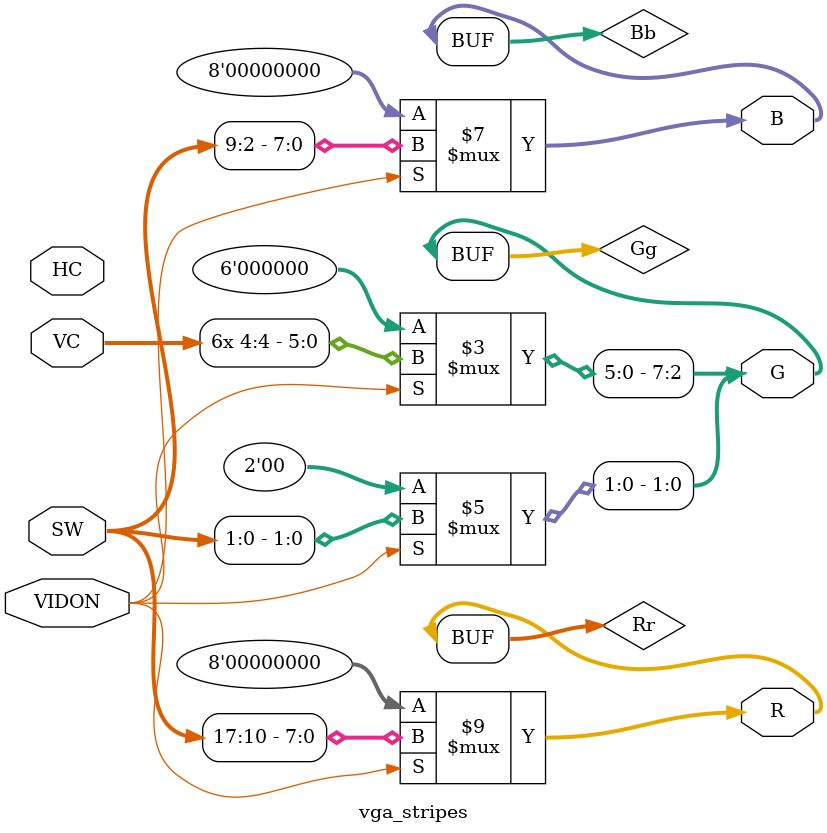
<source format=v>
/* Module: vga_stripes
	Generates an "image" on screen */
module vga_stripes(
	VIDON,
	HC,
	VC,
	R,
	G,
	B,
	SW
	);

input VIDON;
input [9:0] HC;
input [9:0] VC;
output [7:0] R;
output [7:0] G;
output [7:0] B;

input [17:0] SW;	

reg [7:0] Rr, Gg, Bb;

assign R = Rr;
assign G = Gg;
assign B = Bb;

always @ (VIDON, VC)
begin
	Rr <= 8'b00000000;
	Gg <= 8'b00000000;
	Bb <= 8'b00000000;
	
	if( VIDON == 1'b1 )
	begin
		/*if (VC > 400) begin
			Bb <= 0;
			Rr <= 233;
			Gg <= 0;
		end
		else if (VC > 300 && VC < 400)begin
			Bb <= 0;
			Rr <= 0;
			Gg <= 244;
		end
		else if (VC > 200 && VC < 300)begin
			Bb <= 254;
			Rr <= 0;
			Gg <= 0;
		end
		else begin
			Bb <= 0;
			Rr <= 0;
			Gg <= 0;
		end*/
		Rr <= SW[17:10];
		Bb <= SW[9:2];
		Gg[1:0] <= SW[1:0];
		Gg[7:2] <= {VC[4],VC[4],VC[4],VC[4],VC[4],VC[4]};
		/*Rr <= {VC[4],VC[4],VC[4],VC[4],VC[4],VC[4],VC[4],VC[4]};
		Bb <= {VC[4],VC[4],VC[4],VC[4],VC[4],VC[4],VC[4],VC[4]};*/
	end
end
	
endmodule


</source>
